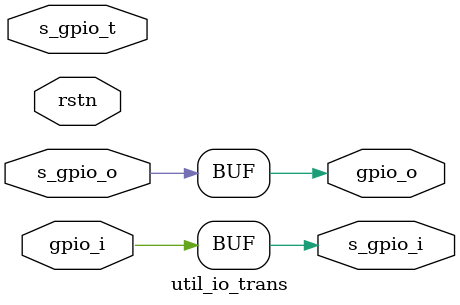
<source format=v>

`resetall
`timescale 1ns / 1ps
`default_nettype none
// verilog_format: on

module util_io_trans #(
    parameter PORT_WIDTH = 1
) (
    input wire rstn,  //

    (* X_INTERFACE_INFO = "xilinx.com:interface:gpio:1.0 s_gpio TRI_T" *)
    input  wire [PORT_WIDTH-1:0] s_gpio_t,  //
    (* X_INTERFACE_INFO = "xilinx.com:interface:gpio:1.0 s_gpio TRI_O" *)
    input  wire [PORT_WIDTH-1:0] s_gpio_o,  //
    (* X_INTERFACE_INFO = "xilinx.com:interface:gpio:1.0 s_gpio TRI_I" *)
    output wire [PORT_WIDTH-1:0] s_gpio_i,  //

    output wire [PORT_WIDTH-1:0] gpio_o,  //
    input  wire [PORT_WIDTH-1:0] gpio_i   //
);

    assign gpio_o   = s_gpio_o;
    assign s_gpio_i = gpio_i;

endmodule

// verilog_format: off
`resetall
// verilog_format: on

</source>
